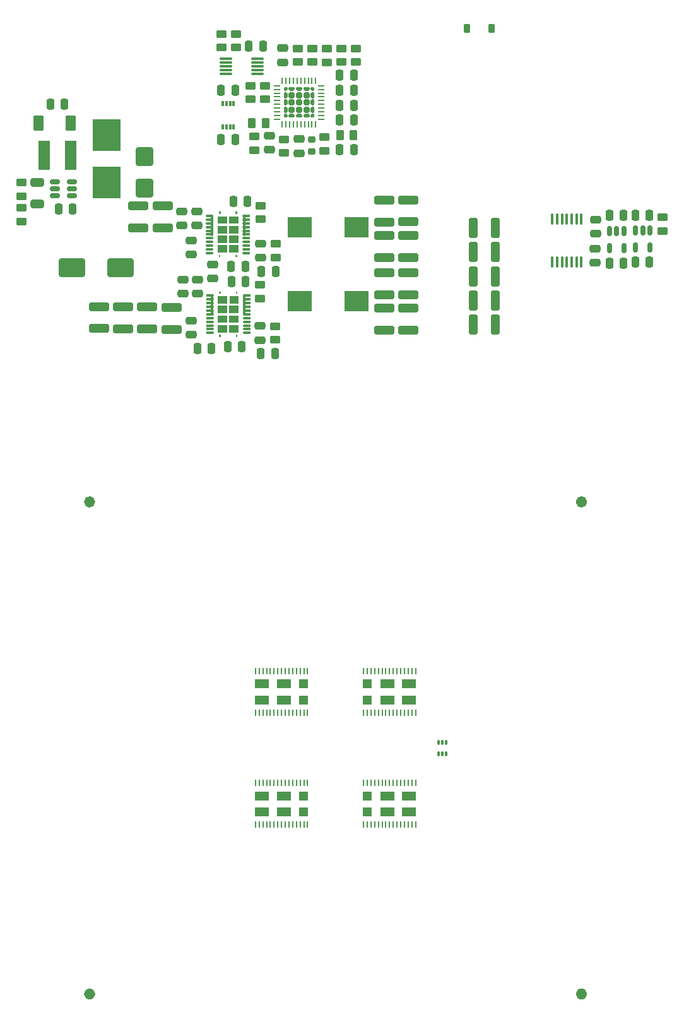
<source format=gtp>
G04 #@! TF.GenerationSoftware,KiCad,Pcbnew,8.0.1-8.0.1-1~ubuntu22.04.1*
G04 #@! TF.CreationDate,2024-08-12T21:33:39+02:00*
G04 #@! TF.ProjectId,nerdqaxe+,6e657264-7161-4786-952b-2e6b69636164,rev?*
G04 #@! TF.SameCoordinates,Original*
G04 #@! TF.FileFunction,Paste,Top*
G04 #@! TF.FilePolarity,Positive*
%FSLAX46Y46*%
G04 Gerber Fmt 4.6, Leading zero omitted, Abs format (unit mm)*
G04 Created by KiCad (PCBNEW 8.0.1-8.0.1-1~ubuntu22.04.1) date 2024-08-12 21:33:39*
%MOMM*%
%LPD*%
G01*
G04 APERTURE LIST*
G04 Aperture macros list*
%AMRoundRect*
0 Rectangle with rounded corners*
0 $1 Rounding radius*
0 $2 $3 $4 $5 $6 $7 $8 $9 X,Y pos of 4 corners*
0 Add a 4 corners polygon primitive as box body*
4,1,4,$2,$3,$4,$5,$6,$7,$8,$9,$2,$3,0*
0 Add four circle primitives for the rounded corners*
1,1,$1+$1,$2,$3*
1,1,$1+$1,$4,$5*
1,1,$1+$1,$6,$7*
1,1,$1+$1,$8,$9*
0 Add four rect primitives between the rounded corners*
20,1,$1+$1,$2,$3,$4,$5,0*
20,1,$1+$1,$4,$5,$6,$7,0*
20,1,$1+$1,$6,$7,$8,$9,0*
20,1,$1+$1,$8,$9,$2,$3,0*%
%AMFreePoly0*
4,1,19,0.178553,0.213392,0.221317,0.164040,0.231790,0.115895,0.231790,-0.012362,0.213392,-0.075020,0.197845,-0.094312,0.094312,-0.197845,0.036997,-0.229141,0.012362,-0.231790,-0.115895,-0.231790,-0.178553,-0.213392,-0.221317,-0.164040,-0.231790,-0.115895,-0.231790,0.115895,-0.213392,0.178553,-0.164040,0.221317,-0.115895,0.231790,0.115895,0.231790,0.178553,0.213392,0.178553,0.213392,
$1*%
%AMFreePoly1*
4,1,21,0.122595,0.381565,0.128518,0.376137,0.204814,0.299841,0.231439,0.242746,0.231789,0.234719,0.231789,-0.234719,0.210242,-0.293918,0.204814,-0.299841,0.128518,-0.376137,0.071423,-0.402762,0.063396,-0.403112,-0.139692,-0.403112,-0.198891,-0.381565,-0.230390,-0.327007,-0.231789,-0.311015,-0.231789,0.311015,-0.210242,0.370214,-0.155684,0.401713,-0.139692,0.403112,0.063396,0.403112,
0.122595,0.381565,0.122595,0.381565,$1*%
%AMFreePoly2*
4,1,19,0.075020,0.213392,0.094312,0.197845,0.197845,0.094312,0.229141,0.036997,0.231790,0.012362,0.231790,-0.115895,0.213392,-0.178553,0.164040,-0.221317,0.115895,-0.231790,-0.115895,-0.231790,-0.178553,-0.213392,-0.221317,-0.164040,-0.231790,-0.115895,-0.231790,0.115895,-0.213392,0.178553,-0.164040,0.221317,-0.115895,0.231790,0.012362,0.231790,0.075020,0.213392,0.075020,0.213392,
$1*%
%AMFreePoly3*
4,1,21,0.370214,0.210242,0.401713,0.155684,0.403112,0.139692,0.403112,-0.063396,0.381565,-0.122595,0.376137,-0.128518,0.299841,-0.204814,0.242746,-0.231439,0.234719,-0.231789,-0.234719,-0.231789,-0.293918,-0.210242,-0.299841,-0.204814,-0.376137,-0.128518,-0.402762,-0.071423,-0.403112,-0.063396,-0.403112,0.139692,-0.381565,0.198891,-0.327007,0.230390,-0.311015,0.231789,0.311015,0.231789,
0.370214,0.210242,0.370214,0.210242,$1*%
%AMFreePoly4*
4,1,21,0.293918,0.210242,0.299841,0.204814,0.376137,0.128518,0.402762,0.071423,0.403112,0.063396,0.403112,-0.139692,0.381565,-0.198891,0.327007,-0.230390,0.311015,-0.231789,-0.311015,-0.231789,-0.370214,-0.210242,-0.401713,-0.155684,-0.403112,-0.139692,-0.403112,0.063396,-0.381565,0.122595,-0.376137,0.128518,-0.299841,0.204814,-0.242746,0.231439,-0.234719,0.231789,0.234719,0.231789,
0.293918,0.210242,0.293918,0.210242,$1*%
%AMFreePoly5*
4,1,19,0.178553,0.213392,0.221317,0.164040,0.231790,0.115895,0.231790,-0.115895,0.213392,-0.178553,0.164040,-0.221317,0.115895,-0.231790,-0.012362,-0.231790,-0.075020,-0.213392,-0.094312,-0.197845,-0.197845,-0.094312,-0.229141,-0.036997,-0.231790,-0.012362,-0.231790,0.115895,-0.213392,0.178553,-0.164040,0.221317,-0.115895,0.231790,0.115895,0.231790,0.178553,0.213392,0.178553,0.213392,
$1*%
%AMFreePoly6*
4,1,21,0.198891,0.381565,0.230390,0.327007,0.231789,0.311015,0.231789,-0.311015,0.210242,-0.370214,0.155684,-0.401713,0.139692,-0.403112,-0.063396,-0.403112,-0.122595,-0.381565,-0.128518,-0.376137,-0.204814,-0.299841,-0.231439,-0.242746,-0.231789,-0.234719,-0.231789,0.234719,-0.210242,0.293918,-0.204814,0.299841,-0.128518,0.376137,-0.071423,0.402762,-0.063396,0.403112,0.139692,0.403112,
0.198891,0.381565,0.198891,0.381565,$1*%
%AMFreePoly7*
4,1,19,0.178553,0.213392,0.221317,0.164040,0.231790,0.115895,0.231790,-0.115895,0.213392,-0.178553,0.164040,-0.221317,0.115895,-0.231790,-0.115895,-0.231790,-0.178553,-0.213392,-0.221317,-0.164040,-0.231790,-0.115895,-0.231790,0.012362,-0.213392,0.075020,-0.197845,0.094312,-0.094312,0.197845,-0.036997,0.229141,-0.012362,0.231790,0.115895,0.231790,0.178553,0.213392,0.178553,0.213392,
$1*%
G04 Aperture macros list end*
%ADD10C,0.750000*%
%ADD11RoundRect,0.250000X-0.325000X-1.100000X0.325000X-1.100000X0.325000X1.100000X-0.325000X1.100000X0*%
%ADD12RoundRect,0.250000X-0.450000X0.262500X-0.450000X-0.262500X0.450000X-0.262500X0.450000X0.262500X0*%
%ADD13RoundRect,0.250000X-0.250000X-0.475000X0.250000X-0.475000X0.250000X0.475000X-0.250000X0.475000X0*%
%ADD14RoundRect,0.250000X0.250000X0.475000X-0.250000X0.475000X-0.250000X-0.475000X0.250000X-0.475000X0*%
%ADD15RoundRect,0.250000X-0.650000X0.325000X-0.650000X-0.325000X0.650000X-0.325000X0.650000X0.325000X0*%
%ADD16RoundRect,0.125000X0.000010X-0.325000X0.000010X0.325000X-0.000010X0.325000X-0.000010X-0.325000X0*%
%ADD17R,0.250000X0.450000*%
%ADD18RoundRect,0.125000X-0.000010X0.325000X-0.000010X-0.325000X0.000010X-0.325000X0.000010X0.325000X0*%
%ADD19R,1.150000X1.150000*%
%ADD20R,1.900000X1.150000*%
%ADD21RoundRect,0.250000X-1.100000X0.325000X-1.100000X-0.325000X1.100000X-0.325000X1.100000X0.325000X0*%
%ADD22R,3.300000X2.800000*%
%ADD23RoundRect,0.250000X1.100000X-0.325000X1.100000X0.325000X-1.100000X0.325000X-1.100000X-0.325000X0*%
%ADD24RoundRect,0.050000X-0.100000X0.285000X-0.100000X-0.285000X0.100000X-0.285000X0.100000X0.285000X0*%
%ADD25RoundRect,0.250000X0.450000X-0.262500X0.450000X0.262500X-0.450000X0.262500X-0.450000X-0.262500X0*%
%ADD26FreePoly0,90.000000*%
%ADD27FreePoly1,90.000000*%
%ADD28FreePoly2,90.000000*%
%ADD29FreePoly3,90.000000*%
%ADD30RoundRect,0.201557X0.201556X-0.201556X0.201556X0.201556X-0.201556X0.201556X-0.201556X-0.201556X0*%
%ADD31FreePoly4,90.000000*%
%ADD32FreePoly5,90.000000*%
%ADD33FreePoly6,90.000000*%
%ADD34FreePoly7,90.000000*%
%ADD35RoundRect,0.062500X0.062500X-0.375000X0.062500X0.375000X-0.062500X0.375000X-0.062500X-0.375000X0*%
%ADD36RoundRect,0.062500X0.375000X-0.062500X0.375000X0.062500X-0.375000X0.062500X-0.375000X-0.062500X0*%
%ADD37RoundRect,0.250000X0.475000X-0.250000X0.475000X0.250000X-0.475000X0.250000X-0.475000X-0.250000X0*%
%ADD38RoundRect,0.127000X0.373000X0.023000X-0.373000X0.023000X-0.373000X-0.023000X0.373000X-0.023000X0*%
%ADD39R,0.500000X0.300000*%
%ADD40RoundRect,0.127000X0.078000X1.273000X-0.078000X1.273000X-0.078000X-1.273000X0.078000X-1.273000X0*%
%ADD41RoundRect,0.127000X-0.373000X-0.023000X0.373000X-0.023000X0.373000X0.023000X-0.373000X0.023000X0*%
%ADD42RoundRect,0.250000X-0.900000X1.000000X-0.900000X-1.000000X0.900000X-1.000000X0.900000X1.000000X0*%
%ADD43RoundRect,0.100000X-0.100000X0.637500X-0.100000X-0.637500X0.100000X-0.637500X0.100000X0.637500X0*%
%ADD44RoundRect,0.250000X-0.475000X0.250000X-0.475000X-0.250000X0.475000X-0.250000X0.475000X0.250000X0*%
%ADD45RoundRect,0.150000X-0.150000X0.512500X-0.150000X-0.512500X0.150000X-0.512500X0.150000X0.512500X0*%
%ADD46RoundRect,0.250000X-0.262500X-0.450000X0.262500X-0.450000X0.262500X0.450000X-0.262500X0.450000X0*%
%ADD47RoundRect,0.250000X0.262500X0.450000X-0.262500X0.450000X-0.262500X-0.450000X0.262500X-0.450000X0*%
%ADD48RoundRect,0.250000X0.450000X0.800000X-0.450000X0.800000X-0.450000X-0.800000X0.450000X-0.800000X0*%
%ADD49RoundRect,0.250000X1.500000X1.000000X-1.500000X1.000000X-1.500000X-1.000000X1.500000X-1.000000X0*%
%ADD50RoundRect,0.150000X-0.512500X-0.150000X0.512500X-0.150000X0.512500X0.150000X-0.512500X0.150000X0*%
%ADD51R,1.500000X4.000000*%
%ADD52RoundRect,0.225000X-0.250000X0.225000X-0.250000X-0.225000X0.250000X-0.225000X0.250000X0.225000X0*%
%ADD53R,0.300000X0.800000*%
%ADD54RoundRect,0.087500X0.725000X0.087500X-0.725000X0.087500X-0.725000X-0.087500X0.725000X-0.087500X0*%
%ADD55RoundRect,0.225000X0.225000X0.375000X-0.225000X0.375000X-0.225000X-0.375000X0.225000X-0.375000X0*%
%ADD56R,3.810000X4.245000*%
G04 APERTURE END LIST*
D10*
X62375000Y-92000000D02*
G75*
G02*
X61625000Y-92000000I-375000J0D01*
G01*
X61625000Y-92000000D02*
G75*
G02*
X62375000Y-92000000I375000J0D01*
G01*
G36*
X79200000Y-64397500D02*
G01*
X80450000Y-64397500D01*
X80450000Y-65392500D01*
X79200000Y-65392500D01*
X79200000Y-64397500D01*
G37*
G36*
X79200000Y-65692500D02*
G01*
X80450000Y-65692500D01*
X80450000Y-66687500D01*
X79200000Y-66687500D01*
X79200000Y-65692500D01*
G37*
G36*
X79200000Y-66987500D02*
G01*
X80450000Y-66987500D01*
X80450000Y-67982500D01*
X79200000Y-67982500D01*
X79200000Y-66987500D01*
G37*
G36*
X79200000Y-68282500D02*
G01*
X80450000Y-68282500D01*
X80450000Y-69277500D01*
X79200000Y-69277500D01*
X79200000Y-68282500D01*
G37*
G36*
X79340000Y-69577500D02*
G01*
X79590000Y-69577500D01*
X79590000Y-69888500D01*
X79340000Y-69888500D01*
X79340000Y-69577500D01*
G37*
G36*
X79350000Y-63786500D02*
G01*
X79600000Y-63786500D01*
X79600000Y-64097500D01*
X79350000Y-64097500D01*
X79350000Y-63786500D01*
G37*
G36*
X80750000Y-65692500D02*
G01*
X82000000Y-65692500D01*
X82000000Y-66687500D01*
X80750000Y-66687500D01*
X80750000Y-65692500D01*
G37*
G36*
X80750000Y-66987500D02*
G01*
X82000000Y-66987500D01*
X82000000Y-67982500D01*
X80750000Y-67982500D01*
X80750000Y-66987500D01*
G37*
G36*
X80750000Y-68282500D02*
G01*
X82000000Y-68282500D01*
X82000000Y-69277500D01*
X80750000Y-69277500D01*
X80750000Y-68282500D01*
G37*
G36*
X80760000Y-64397500D02*
G01*
X82010000Y-64397500D01*
X82010000Y-65392500D01*
X80760000Y-65392500D01*
X80760000Y-64397500D01*
G37*
G36*
X81600000Y-63786500D02*
G01*
X81850000Y-63786500D01*
X81850000Y-64097500D01*
X81600000Y-64097500D01*
X81600000Y-63786500D01*
G37*
G36*
X81600000Y-69577500D02*
G01*
X81850000Y-69577500D01*
X81850000Y-69888500D01*
X81600000Y-69888500D01*
X81600000Y-69577500D01*
G37*
X62375000Y-158000000D02*
G75*
G02*
X61625000Y-158000000I-375000J0D01*
G01*
X61625000Y-158000000D02*
G75*
G02*
X62375000Y-158000000I375000J0D01*
G01*
X128375000Y-158000000D02*
G75*
G02*
X127625000Y-158000000I-375000J0D01*
G01*
X127625000Y-158000000D02*
G75*
G02*
X128375000Y-158000000I375000J0D01*
G01*
G36*
X79175000Y-53697500D02*
G01*
X80425000Y-53697500D01*
X80425000Y-54692500D01*
X79175000Y-54692500D01*
X79175000Y-53697500D01*
G37*
G36*
X79175000Y-54992500D02*
G01*
X80425000Y-54992500D01*
X80425000Y-55987500D01*
X79175000Y-55987500D01*
X79175000Y-54992500D01*
G37*
G36*
X79175000Y-56287500D02*
G01*
X80425000Y-56287500D01*
X80425000Y-57282500D01*
X79175000Y-57282500D01*
X79175000Y-56287500D01*
G37*
G36*
X79175000Y-57582500D02*
G01*
X80425000Y-57582500D01*
X80425000Y-58577500D01*
X79175000Y-58577500D01*
X79175000Y-57582500D01*
G37*
G36*
X79315000Y-58877500D02*
G01*
X79565000Y-58877500D01*
X79565000Y-59188500D01*
X79315000Y-59188500D01*
X79315000Y-58877500D01*
G37*
G36*
X79325000Y-53086500D02*
G01*
X79575000Y-53086500D01*
X79575000Y-53397500D01*
X79325000Y-53397500D01*
X79325000Y-53086500D01*
G37*
G36*
X80725000Y-54992500D02*
G01*
X81975000Y-54992500D01*
X81975000Y-55987500D01*
X80725000Y-55987500D01*
X80725000Y-54992500D01*
G37*
G36*
X80725000Y-56287500D02*
G01*
X81975000Y-56287500D01*
X81975000Y-57282500D01*
X80725000Y-57282500D01*
X80725000Y-56287500D01*
G37*
G36*
X80725000Y-57582500D02*
G01*
X81975000Y-57582500D01*
X81975000Y-58577500D01*
X80725000Y-58577500D01*
X80725000Y-57582500D01*
G37*
G36*
X80735000Y-53697500D02*
G01*
X81985000Y-53697500D01*
X81985000Y-54692500D01*
X80735000Y-54692500D01*
X80735000Y-53697500D01*
G37*
G36*
X81575000Y-53086500D02*
G01*
X81825000Y-53086500D01*
X81825000Y-53397500D01*
X81575000Y-53397500D01*
X81575000Y-53086500D01*
G37*
G36*
X81575000Y-58877500D02*
G01*
X81825000Y-58877500D01*
X81825000Y-59188500D01*
X81575000Y-59188500D01*
X81575000Y-58877500D01*
G37*
X128375000Y-92000000D02*
G75*
G02*
X127625000Y-92000000I-375000J0D01*
G01*
X127625000Y-92000000D02*
G75*
G02*
X128375000Y-92000000I375000J0D01*
G01*
D11*
X113500000Y-68250000D03*
X116450000Y-68250000D03*
D12*
X81600000Y-29237500D03*
X81600000Y-31062500D03*
D13*
X95550000Y-38800000D03*
X97450000Y-38800000D03*
D14*
X133626315Y-59976089D03*
X131726315Y-59976089D03*
D15*
X55000000Y-49125000D03*
X55000000Y-52075000D03*
D16*
X91250000Y-114700000D03*
D17*
X91250000Y-114475000D03*
D16*
X90750000Y-114700000D03*
D17*
X90750000Y-114475000D03*
D16*
X90250000Y-114700000D03*
D17*
X90250000Y-114475000D03*
D16*
X89750000Y-114700000D03*
D17*
X89750000Y-114475000D03*
D16*
X89250000Y-114700000D03*
D17*
X89250000Y-114475000D03*
D16*
X88750000Y-114700000D03*
D17*
X88750000Y-114475000D03*
D16*
X88250000Y-114700000D03*
D17*
X88250000Y-114475000D03*
D16*
X87750000Y-114700000D03*
D17*
X87750000Y-114475000D03*
D16*
X87250000Y-114700000D03*
D17*
X87250000Y-114475000D03*
D16*
X86750000Y-114700000D03*
D17*
X86750000Y-114475000D03*
D16*
X86250000Y-114700000D03*
D17*
X86250000Y-114475000D03*
D16*
X85750000Y-114700000D03*
D17*
X85750000Y-114475000D03*
D16*
X85250000Y-114700000D03*
D17*
X85250000Y-114475000D03*
D16*
X84750000Y-114700000D03*
D17*
X84750000Y-114475000D03*
D16*
X84250000Y-114700000D03*
D17*
X84250000Y-114475000D03*
X84250000Y-120527000D03*
D18*
X84250000Y-120302000D03*
D17*
X84750000Y-120527000D03*
D18*
X84750000Y-120302000D03*
D17*
X85250000Y-120527000D03*
D18*
X85250000Y-120302000D03*
D17*
X85750000Y-120527000D03*
D18*
X85750000Y-120302000D03*
D17*
X86250000Y-120527000D03*
D18*
X86250000Y-120302000D03*
D17*
X86750000Y-120527000D03*
D18*
X86750000Y-120302000D03*
D17*
X87250000Y-120527000D03*
D18*
X87250000Y-120302000D03*
D17*
X87750000Y-120527000D03*
D18*
X87750000Y-120302000D03*
D17*
X88250000Y-120527000D03*
D18*
X88250000Y-120302000D03*
D17*
X88750000Y-120527000D03*
D18*
X88750000Y-120302000D03*
D17*
X89250000Y-120527000D03*
D18*
X89250000Y-120302000D03*
D17*
X89750000Y-120527000D03*
D18*
X89750000Y-120302000D03*
D17*
X90250000Y-120527000D03*
D18*
X90250000Y-120302000D03*
D17*
X90750000Y-120527000D03*
D18*
X90750000Y-120302000D03*
D17*
X91250000Y-120527000D03*
D18*
X91250000Y-120302000D03*
D19*
X90725000Y-118575000D03*
X90725000Y-116425000D03*
D20*
X85150000Y-118575000D03*
X88050000Y-118575000D03*
X85150000Y-116425000D03*
X88050000Y-116425000D03*
D21*
X101500000Y-66025000D03*
X101500000Y-68975000D03*
D12*
X79700000Y-29237500D03*
X79700000Y-31062500D03*
X91900000Y-31197500D03*
X91900000Y-33022500D03*
D22*
X90180000Y-55200000D03*
X97790000Y-55200000D03*
D12*
X52862500Y-49156250D03*
X52862500Y-50981250D03*
X52862500Y-52556250D03*
X52862500Y-54381250D03*
D23*
X104750000Y-54450000D03*
X104750000Y-51500000D03*
D21*
X73000000Y-65925000D03*
X73000000Y-68875000D03*
D24*
X109840000Y-124280000D03*
X109340000Y-124280000D03*
X108840000Y-124280000D03*
X108840000Y-125760000D03*
X109340000Y-125760000D03*
X109840000Y-125760000D03*
D25*
X89900000Y-33012500D03*
X89900000Y-31187500D03*
D14*
X137126315Y-53556089D03*
X135226315Y-53556089D03*
D25*
X93493750Y-44912500D03*
X93493750Y-43087500D03*
D13*
X76450000Y-71400000D03*
X78350000Y-71400000D03*
D21*
X63300000Y-65800000D03*
X63300000Y-68750000D03*
D14*
X86850000Y-72100000D03*
X84950000Y-72100000D03*
D26*
X88306250Y-40225000D03*
D27*
X89093750Y-40225000D03*
X90093750Y-40225000D03*
X91093750Y-40225000D03*
D28*
X91881250Y-40225000D03*
D29*
X88306250Y-39437500D03*
D30*
X89093750Y-39437500D03*
X90093750Y-39437500D03*
X91093750Y-39437500D03*
D31*
X91881250Y-39437500D03*
D29*
X88306250Y-38437500D03*
D30*
X89093750Y-38437500D03*
X90093750Y-38437500D03*
X91093750Y-38437500D03*
D31*
X91881250Y-38437500D03*
D29*
X88306250Y-37437500D03*
D30*
X89093750Y-37437500D03*
X90093750Y-37437500D03*
X91093750Y-37437500D03*
D31*
X91881250Y-37437500D03*
D32*
X88306250Y-36650000D03*
D33*
X89093750Y-36650000D03*
X90093750Y-36650000D03*
X91093750Y-36650000D03*
D34*
X91881250Y-36650000D03*
D35*
X87843750Y-41375000D03*
X88343750Y-41375000D03*
X88843750Y-41375000D03*
X89343750Y-41375000D03*
X89843750Y-41375000D03*
X90343750Y-41375000D03*
X90843750Y-41375000D03*
X91343750Y-41375000D03*
X91843750Y-41375000D03*
X92343750Y-41375000D03*
D36*
X93031250Y-40687500D03*
X93031250Y-40187500D03*
X93031250Y-39687500D03*
X93031250Y-39187500D03*
X93031250Y-38687500D03*
X93031250Y-38187500D03*
X93031250Y-37687500D03*
X93031250Y-37187500D03*
X93031250Y-36687500D03*
X93031250Y-36187500D03*
D35*
X92343750Y-35500000D03*
X91843750Y-35500000D03*
X91343750Y-35500000D03*
X90843750Y-35500000D03*
X90343750Y-35500000D03*
X89843750Y-35500000D03*
X89343750Y-35500000D03*
X88843750Y-35500000D03*
X88343750Y-35500000D03*
X87843750Y-35500000D03*
D36*
X87156250Y-36187500D03*
X87156250Y-36687500D03*
X87156250Y-37187500D03*
X87156250Y-37687500D03*
X87156250Y-38187500D03*
X87156250Y-38687500D03*
X87156250Y-39187500D03*
X87156250Y-39687500D03*
X87156250Y-40187500D03*
X87156250Y-40687500D03*
D12*
X84900000Y-62887500D03*
X84900000Y-64712500D03*
D13*
X79637500Y-36800000D03*
X81537500Y-36800000D03*
D37*
X74400000Y-54950000D03*
X74400000Y-53050000D03*
D38*
X83050000Y-69337500D03*
D39*
X83300000Y-69337500D03*
D38*
X83050000Y-68837500D03*
D39*
X83300000Y-68837500D03*
D38*
X83050000Y-68337500D03*
D39*
X83300000Y-68337500D03*
D38*
X83050000Y-67837500D03*
D39*
X83300000Y-67837500D03*
D38*
X83050000Y-67337500D03*
D39*
X83300000Y-67337500D03*
D40*
X82750000Y-65587500D03*
D38*
X83050000Y-64337500D03*
X83050000Y-64837500D03*
X83050000Y-65337500D03*
X83050000Y-65837500D03*
X83050000Y-66337500D03*
X83050000Y-66837500D03*
D39*
X83300000Y-64337500D03*
X83300000Y-64837500D03*
X83300000Y-65337500D03*
X83300000Y-65837500D03*
X83300000Y-66337500D03*
X83300000Y-66837500D03*
X77900000Y-64337500D03*
X77900000Y-64837500D03*
X77900000Y-65337500D03*
X77900000Y-65837500D03*
X77900000Y-66337500D03*
X77900000Y-66837500D03*
D41*
X78150000Y-64337500D03*
X78150000Y-64837500D03*
X78150000Y-65337500D03*
X78150000Y-65837500D03*
X78150000Y-66337500D03*
X78150000Y-66837500D03*
D40*
X78450000Y-65587500D03*
D39*
X77900000Y-67337500D03*
D41*
X78150000Y-67337500D03*
D39*
X77900000Y-67837500D03*
D41*
X78150000Y-67837500D03*
D39*
X77900000Y-68337500D03*
D41*
X78150000Y-68337500D03*
D39*
X77900000Y-68837500D03*
D41*
X78150000Y-68837500D03*
D39*
X77900000Y-69337500D03*
D41*
X78150000Y-69337500D03*
D37*
X87900000Y-33050000D03*
X87900000Y-31150000D03*
X76500000Y-64100000D03*
X76500000Y-62200000D03*
D13*
X83350000Y-30850000D03*
X85250000Y-30850000D03*
D25*
X88093750Y-45212500D03*
X88093750Y-43387500D03*
D12*
X97700000Y-31187500D03*
X97700000Y-33012500D03*
D42*
X69400000Y-45650000D03*
X69400000Y-49950000D03*
D43*
X127980000Y-54077500D03*
X127330000Y-54077500D03*
X126680000Y-54077500D03*
X126030000Y-54077500D03*
X125380000Y-54077500D03*
X124730000Y-54077500D03*
X124080000Y-54077500D03*
X124080000Y-59802500D03*
X124730000Y-59802500D03*
X125380000Y-59802500D03*
X126030000Y-59802500D03*
X126680000Y-59802500D03*
X127330000Y-59802500D03*
X127980000Y-59802500D03*
D14*
X81537500Y-43400000D03*
X79637500Y-43400000D03*
D44*
X129860000Y-54130000D03*
X129860000Y-56030000D03*
D37*
X75600000Y-58850000D03*
X75600000Y-56950000D03*
D11*
X113475000Y-55250000D03*
X116425000Y-55250000D03*
D25*
X138880000Y-55670000D03*
X138880000Y-53845000D03*
D13*
X95550000Y-44800000D03*
X97450000Y-44800000D03*
D14*
X82900000Y-60437500D03*
X81000000Y-60437500D03*
D12*
X95800000Y-31187500D03*
X95800000Y-33012500D03*
D25*
X83600000Y-38012500D03*
X83600000Y-36187500D03*
D11*
X113500000Y-65000000D03*
X116450000Y-65000000D03*
D44*
X90080000Y-43350000D03*
X90080000Y-45250000D03*
X78500000Y-60150000D03*
X78500000Y-62050000D03*
D45*
X137176315Y-55576089D03*
X136226315Y-55576089D03*
X135276315Y-55576089D03*
X135276315Y-57851089D03*
X137176315Y-57851089D03*
D44*
X84950000Y-57350000D03*
X84950000Y-59250000D03*
D12*
X93800000Y-31207500D03*
X93800000Y-33032500D03*
D46*
X83787500Y-41200000D03*
X85612500Y-41200000D03*
D11*
X113475000Y-61750000D03*
X116425000Y-61750000D03*
D44*
X84900000Y-68387500D03*
X84900000Y-70287500D03*
D23*
X104750000Y-64225000D03*
X104750000Y-61275000D03*
X101500000Y-54475000D03*
X101500000Y-51525000D03*
D21*
X66500000Y-65875000D03*
X66500000Y-68825000D03*
D13*
X95550000Y-40800000D03*
X97450000Y-40800000D03*
X56750000Y-38700000D03*
X58650000Y-38700000D03*
D23*
X68550000Y-55275000D03*
X68550000Y-52325000D03*
D47*
X97412500Y-42800000D03*
X95587500Y-42800000D03*
D12*
X85500000Y-36187500D03*
X85500000Y-38012500D03*
D48*
X59500000Y-41200000D03*
X55100000Y-41200000D03*
D16*
X91250000Y-129700000D03*
D17*
X91250000Y-129475000D03*
D16*
X90750000Y-129700000D03*
D17*
X90750000Y-129475000D03*
D16*
X90250000Y-129700000D03*
D17*
X90250000Y-129475000D03*
D16*
X89750000Y-129700000D03*
D17*
X89750000Y-129475000D03*
D16*
X89250000Y-129700000D03*
D17*
X89250000Y-129475000D03*
D16*
X88750000Y-129700000D03*
D17*
X88750000Y-129475000D03*
D16*
X88250000Y-129700000D03*
D17*
X88250000Y-129475000D03*
D16*
X87750000Y-129700000D03*
D17*
X87750000Y-129475000D03*
D16*
X87250000Y-129700000D03*
D17*
X87250000Y-129475000D03*
D16*
X86750000Y-129700000D03*
D17*
X86750000Y-129475000D03*
D16*
X86250000Y-129700000D03*
D17*
X86250000Y-129475000D03*
D16*
X85750000Y-129700000D03*
D17*
X85750000Y-129475000D03*
D16*
X85250000Y-129700000D03*
D17*
X85250000Y-129475000D03*
D16*
X84750000Y-129700000D03*
D17*
X84750000Y-129475000D03*
D16*
X84250000Y-129700000D03*
D17*
X84250000Y-129475000D03*
X84250000Y-135527000D03*
D18*
X84250000Y-135302000D03*
D17*
X84750000Y-135527000D03*
D18*
X84750000Y-135302000D03*
D17*
X85250000Y-135527000D03*
D18*
X85250000Y-135302000D03*
D17*
X85750000Y-135527000D03*
D18*
X85750000Y-135302000D03*
D17*
X86250000Y-135527000D03*
D18*
X86250000Y-135302000D03*
D17*
X86750000Y-135527000D03*
D18*
X86750000Y-135302000D03*
D17*
X87250000Y-135527000D03*
D18*
X87250000Y-135302000D03*
D17*
X87750000Y-135527000D03*
D18*
X87750000Y-135302000D03*
D17*
X88250000Y-135527000D03*
D18*
X88250000Y-135302000D03*
D17*
X88750000Y-135527000D03*
D18*
X88750000Y-135302000D03*
D17*
X89250000Y-135527000D03*
D18*
X89250000Y-135302000D03*
D17*
X89750000Y-135527000D03*
D18*
X89750000Y-135302000D03*
D17*
X90250000Y-135527000D03*
D18*
X90250000Y-135302000D03*
D17*
X90750000Y-135527000D03*
D18*
X90750000Y-135302000D03*
D17*
X91250000Y-135527000D03*
D18*
X91250000Y-135302000D03*
D19*
X90725000Y-133575000D03*
X90725000Y-131425000D03*
D20*
X85150000Y-133575000D03*
X88050000Y-133575000D03*
X85150000Y-131425000D03*
X88050000Y-131425000D03*
D37*
X129840000Y-59920000D03*
X129840000Y-58020000D03*
D21*
X101500000Y-56250000D03*
X101500000Y-59200000D03*
D49*
X66150000Y-60550000D03*
X59650000Y-60550000D03*
D50*
X57362500Y-49050000D03*
X57362500Y-50000000D03*
X57362500Y-50950000D03*
X59637500Y-50950000D03*
X59637500Y-50000000D03*
X59637500Y-49050000D03*
D18*
X98750000Y-120300000D03*
D17*
X98750000Y-120525000D03*
D18*
X99250000Y-120300000D03*
D17*
X99250000Y-120525000D03*
D18*
X99750000Y-120300000D03*
D17*
X99750000Y-120525000D03*
D18*
X100250000Y-120300000D03*
D17*
X100250000Y-120525000D03*
D18*
X100750000Y-120300000D03*
D17*
X100750000Y-120525000D03*
D18*
X101250000Y-120300000D03*
D17*
X101250000Y-120525000D03*
D18*
X101750000Y-120300000D03*
D17*
X101750000Y-120525000D03*
D18*
X102250000Y-120300000D03*
D17*
X102250000Y-120525000D03*
D18*
X102750000Y-120300000D03*
D17*
X102750000Y-120525000D03*
D18*
X103250000Y-120300000D03*
D17*
X103250000Y-120525000D03*
D18*
X103750000Y-120300000D03*
D17*
X103750000Y-120525000D03*
D18*
X104250000Y-120300000D03*
D17*
X104250000Y-120525000D03*
D18*
X104750000Y-120300000D03*
D17*
X104750000Y-120525000D03*
D18*
X105250000Y-120300000D03*
D17*
X105250000Y-120525000D03*
D18*
X105750000Y-120300000D03*
D17*
X105750000Y-120525000D03*
X105750000Y-114473000D03*
D16*
X105750000Y-114698000D03*
D17*
X105250000Y-114473000D03*
D16*
X105250000Y-114698000D03*
D17*
X104750000Y-114473000D03*
D16*
X104750000Y-114698000D03*
D17*
X104250000Y-114473000D03*
D16*
X104250000Y-114698000D03*
D17*
X103750000Y-114473000D03*
D16*
X103750000Y-114698000D03*
D17*
X103250000Y-114473000D03*
D16*
X103250000Y-114698000D03*
D17*
X102750000Y-114473000D03*
D16*
X102750000Y-114698000D03*
D17*
X102250000Y-114473000D03*
D16*
X102250000Y-114698000D03*
D17*
X101750000Y-114473000D03*
D16*
X101750000Y-114698000D03*
D17*
X101250000Y-114473000D03*
D16*
X101250000Y-114698000D03*
D17*
X100750000Y-114473000D03*
D16*
X100750000Y-114698000D03*
D17*
X100250000Y-114473000D03*
D16*
X100250000Y-114698000D03*
D17*
X99750000Y-114473000D03*
D16*
X99750000Y-114698000D03*
D17*
X99250000Y-114473000D03*
D16*
X99250000Y-114698000D03*
D17*
X98750000Y-114473000D03*
D16*
X98750000Y-114698000D03*
D19*
X99275000Y-116425000D03*
X99275000Y-118575000D03*
D20*
X104850000Y-116425000D03*
X101950000Y-116425000D03*
X104850000Y-118575000D03*
X101950000Y-118575000D03*
D14*
X137126315Y-59856089D03*
X135226315Y-59856089D03*
D51*
X59500000Y-45500000D03*
X55900000Y-45500000D03*
D12*
X84950000Y-52287500D03*
X84950000Y-54112500D03*
D45*
X133676315Y-55696089D03*
X132726315Y-55696089D03*
X131776315Y-55696089D03*
X131776315Y-57971089D03*
X133676315Y-57971089D03*
D14*
X82425000Y-71137500D03*
X80525000Y-71137500D03*
X133626315Y-53576089D03*
X131726315Y-53576089D03*
D25*
X84100000Y-44812500D03*
X84100000Y-42987500D03*
D18*
X98750000Y-135300000D03*
D17*
X98750000Y-135525000D03*
D18*
X99250000Y-135300000D03*
D17*
X99250000Y-135525000D03*
D18*
X99750000Y-135300000D03*
D17*
X99750000Y-135525000D03*
D18*
X100250000Y-135300000D03*
D17*
X100250000Y-135525000D03*
D18*
X100750000Y-135300000D03*
D17*
X100750000Y-135525000D03*
D18*
X101250000Y-135300000D03*
D17*
X101250000Y-135525000D03*
D18*
X101750000Y-135300000D03*
D17*
X101750000Y-135525000D03*
D18*
X102250000Y-135300000D03*
D17*
X102250000Y-135525000D03*
D18*
X102750000Y-135300000D03*
D17*
X102750000Y-135525000D03*
D18*
X103250000Y-135300000D03*
D17*
X103250000Y-135525000D03*
D18*
X103750000Y-135300000D03*
D17*
X103750000Y-135525000D03*
D18*
X104250000Y-135300000D03*
D17*
X104250000Y-135525000D03*
D18*
X104750000Y-135300000D03*
D17*
X104750000Y-135525000D03*
D18*
X105250000Y-135300000D03*
D17*
X105250000Y-135525000D03*
D18*
X105750000Y-135300000D03*
D17*
X105750000Y-135525000D03*
X105750000Y-129473000D03*
D16*
X105750000Y-129698000D03*
D17*
X105250000Y-129473000D03*
D16*
X105250000Y-129698000D03*
D17*
X104750000Y-129473000D03*
D16*
X104750000Y-129698000D03*
D17*
X104250000Y-129473000D03*
D16*
X104250000Y-129698000D03*
D17*
X103750000Y-129473000D03*
D16*
X103750000Y-129698000D03*
D17*
X103250000Y-129473000D03*
D16*
X103250000Y-129698000D03*
D17*
X102750000Y-129473000D03*
D16*
X102750000Y-129698000D03*
D17*
X102250000Y-129473000D03*
D16*
X102250000Y-129698000D03*
D17*
X101750000Y-129473000D03*
D16*
X101750000Y-129698000D03*
D17*
X101250000Y-129473000D03*
D16*
X101250000Y-129698000D03*
D17*
X100750000Y-129473000D03*
D16*
X100750000Y-129698000D03*
D17*
X100250000Y-129473000D03*
D16*
X100250000Y-129698000D03*
D17*
X99750000Y-129473000D03*
D16*
X99750000Y-129698000D03*
D17*
X99250000Y-129473000D03*
D16*
X99250000Y-129698000D03*
D17*
X98750000Y-129473000D03*
D16*
X98750000Y-129698000D03*
D19*
X99275000Y-131425000D03*
X99275000Y-133575000D03*
D20*
X104850000Y-131425000D03*
X101950000Y-131425000D03*
X104850000Y-133575000D03*
X101950000Y-133575000D03*
D25*
X86900000Y-70250000D03*
X86900000Y-68425000D03*
D14*
X97450000Y-34800000D03*
X95550000Y-34800000D03*
X83200000Y-51737500D03*
X81300000Y-51737500D03*
D44*
X86100000Y-42900000D03*
X86100000Y-44800000D03*
D52*
X91793750Y-43425000D03*
X91793750Y-44975000D03*
D25*
X86950000Y-59212500D03*
X86950000Y-57387500D03*
D14*
X97450000Y-36800000D03*
X95550000Y-36800000D03*
D53*
X79837500Y-41700000D03*
X80337500Y-41700000D03*
X80837500Y-41700000D03*
X81337500Y-41700000D03*
X81337500Y-38600000D03*
X80837500Y-38600000D03*
X80337500Y-38600000D03*
X79837500Y-38600000D03*
D54*
X84500000Y-34600000D03*
X84500000Y-34100000D03*
X84500000Y-33600000D03*
X84500000Y-33100000D03*
X84500000Y-32600000D03*
X80275000Y-32600000D03*
X80275000Y-33100000D03*
X80275000Y-33600000D03*
X80275000Y-34100000D03*
X80275000Y-34600000D03*
D23*
X101500000Y-64225000D03*
X101500000Y-61275000D03*
D55*
X115900000Y-28530000D03*
X112600000Y-28530000D03*
D56*
X64300000Y-49187500D03*
X64300000Y-42812500D03*
D38*
X83025000Y-58637500D03*
D39*
X83275000Y-58637500D03*
D38*
X83025000Y-58137500D03*
D39*
X83275000Y-58137500D03*
D38*
X83025000Y-57637500D03*
D39*
X83275000Y-57637500D03*
D38*
X83025000Y-57137500D03*
D39*
X83275000Y-57137500D03*
D38*
X83025000Y-56637500D03*
D39*
X83275000Y-56637500D03*
D40*
X82725000Y-54887500D03*
D38*
X83025000Y-53637500D03*
X83025000Y-54137500D03*
X83025000Y-54637500D03*
X83025000Y-55137500D03*
X83025000Y-55637500D03*
X83025000Y-56137500D03*
D39*
X83275000Y-53637500D03*
X83275000Y-54137500D03*
X83275000Y-54637500D03*
X83275000Y-55137500D03*
X83275000Y-55637500D03*
X83275000Y-56137500D03*
X77875000Y-53637500D03*
X77875000Y-54137500D03*
X77875000Y-54637500D03*
X77875000Y-55137500D03*
X77875000Y-55637500D03*
X77875000Y-56137500D03*
D41*
X78125000Y-53637500D03*
X78125000Y-54137500D03*
X78125000Y-54637500D03*
X78125000Y-55137500D03*
X78125000Y-55637500D03*
X78125000Y-56137500D03*
D40*
X78425000Y-54887500D03*
D39*
X77875000Y-56637500D03*
D41*
X78125000Y-56637500D03*
D39*
X77875000Y-57137500D03*
D41*
X78125000Y-57137500D03*
D39*
X77875000Y-57637500D03*
D41*
X78125000Y-57637500D03*
D39*
X77875000Y-58137500D03*
D41*
X78125000Y-58137500D03*
D39*
X77875000Y-58637500D03*
D41*
X78125000Y-58637500D03*
D22*
X90180000Y-65100000D03*
X97790000Y-65100000D03*
D37*
X76400000Y-54950000D03*
X76400000Y-53050000D03*
D14*
X82925000Y-62437500D03*
X81025000Y-62437500D03*
X86950000Y-61100000D03*
X85050000Y-61100000D03*
D21*
X69700000Y-65875000D03*
X69700000Y-68825000D03*
X104750000Y-66025000D03*
X104750000Y-68975000D03*
D23*
X71800000Y-55275000D03*
X71800000Y-52325000D03*
D37*
X75600000Y-69587500D03*
X75600000Y-67687500D03*
D21*
X104750000Y-56250000D03*
X104750000Y-59200000D03*
D37*
X74500000Y-64100000D03*
X74500000Y-62200000D03*
D14*
X59750000Y-52700000D03*
X57850000Y-52700000D03*
D11*
X113500000Y-58500000D03*
X116450000Y-58500000D03*
M02*

</source>
